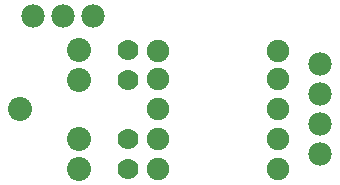
<source format=gbl>
G04 MADE WITH FRITZING*
G04 WWW.FRITZING.ORG*
G04 DOUBLE SIDED*
G04 HOLES PLATED*
G04 CONTOUR ON CENTER OF CONTOUR VECTOR*
%ASAXBY*%
%FSLAX23Y23*%
%MOIN*%
%OFA0B0*%
%SFA1.0B1.0*%
%ADD10C,0.080350*%
%ADD11C,0.070000*%
%ADD12C,0.075000*%
%ADD13C,0.078000*%
%ADD14R,0.001000X0.001000*%
%LNCOPPER0*%
G90*
G70*
G54D10*
X182Y396D03*
X379Y593D03*
X379Y494D03*
X379Y297D03*
X379Y199D03*
G54D11*
X542Y593D03*
X542Y493D03*
X542Y198D03*
X542Y299D03*
G54D12*
X642Y592D03*
X1042Y592D03*
X642Y497D03*
X1042Y497D03*
X642Y397D03*
X1042Y397D03*
X641Y299D03*
X1041Y299D03*
X641Y199D03*
X1041Y199D03*
G54D13*
X224Y708D03*
X324Y708D03*
X424Y708D03*
X1182Y547D03*
X1182Y447D03*
X1182Y347D03*
X1182Y247D03*
G54D14*
D02*
G04 End of Copper0*
M02*
</source>
